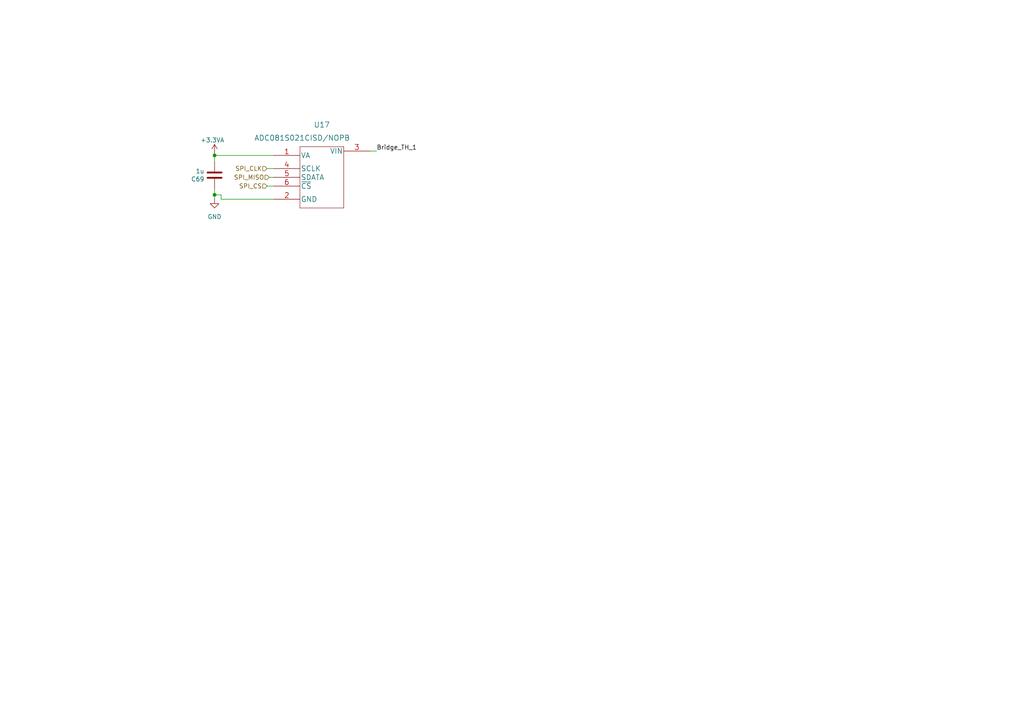
<source format=kicad_sch>
(kicad_sch (version 20231120) (generator "eeschema") (generator_version "8.0")
  (paper "A4")
  (lib_symbols
    (symbol "2022-06-16_01-48-54:ADC081S021CISD/NOPB" (pin_names (offset 0.254))
      (property "Reference" "U" (at -1.27 15.24 0))
      (property "Value" "ADC081S021CISD{slash}NOPB" (at -1.27 12.7 0))
      (symbol "ADC081S021CISD/NOPB_1_1"
        (polyline (pts (xy -6.35 -8.89) (xy 6.35 -8.89)) (stroke (width 0.127)))
        (polyline (pts (xy -6.35 8.89) (xy -6.35 -8.89)) (stroke (width 0.127)))
        (polyline (pts (xy 6.35 -8.89) (xy 6.35 8.89)) (stroke (width 0.127)))
        (polyline (pts (xy 6.35 8.89) (xy -6.35 8.89)) (stroke (width 0.127)))
        (pin passive line (at -13.97 6.35 0) (length 7.62) (name "VA") (number "1"))
        (pin passive line (at -13.97 -6.35 0) (length 7.62) (name "GND") (number "2"))
        (pin input line (at 13.97 7.62 180) (length 7.62) (name "VIN") (number "3"))
        (pin passive line (at -13.97 2.54 0) (length 7.62) (name "SCLK") (number "4"))
        (pin output line (at -13.97 0 0) (length 7.62) (name "SDATA") (number "5"))
        (pin passive line (at -13.97 -2.54 0) (length 7.62) (name "~{CS}") (number "6"))
      )
    )
    (symbol "Device:C" (pin_numbers hide) (pin_names (offset 0.254))
      (property "Reference" "C" (at 0.635 2.54 0))
      (property "Value" "C" (at 0.635 -2.54 0))
      (symbol "C_0_1"
        (polyline (pts (xy -2.032 -0.762) (xy 2.032 -0.762)) (stroke (width 0.508)))
        (polyline (pts (xy -2.032 0.762) (xy 2.032 0.762)) (stroke (width 0.508)))
      )
      (symbol "C_1_1"
        (pin passive line (at 0 3.81 270) (length 2.794) (name "~") (number "1"))
        (pin passive line (at 0 -3.81 90) (length 2.794) (name "~") (number "2"))
      )
    )
    (symbol "power:+3.3VA" (power) (pin_names (offset 0))
      (property "Value" "+3.3VA" (at 0 3.556 0))
      (symbol "+3.3VA_0_1"
        (polyline (pts (xy -0.762 1.27) (xy 0 2.54)))
        (polyline (pts (xy 0 0) (xy 0 2.54)))
        (polyline (pts (xy 0 2.54) (xy 0.762 1.27)))
      )
      (symbol "+3.3VA_1_1"
        (pin power_in line (at 0 0 90) (length 0) hide (name "+3.3VA") (number "1"))
      )
    )
    (symbol "power:GND" (power) (pin_names (offset 0))
      (property "Value" "GND" (at 0 -3.81 0))
      (symbol "GND_0_1"
        (polyline (pts (xy 0 0) (xy 0 -1.27) (xy 1.27 -1.27) (xy 0 -2.54) (xy -1.27 -1.27) (xy 0 -1.27)))
      )
      (symbol "GND_1_1"
        (pin power_in line (at 0 0 270) (length 0) hide (name "GND") (number "1"))
      )
    )
  )
  (junction (at 62.23 45.085))
  (junction (at 62.23 56.515))
  (wire (pts (xy 79.375 57.785) (xy 64.135 57.785)))
  (wire (pts (xy 62.23 54.61) (xy 62.23 56.515)))
  (wire (pts (xy 109.22 43.815) (xy 107.315 43.815)))
  (wire (pts (xy 62.23 45.085) (xy 79.375 45.085)))
  (wire (pts (xy 64.135 57.785) (xy 64.135 56.515)))
  (wire (pts (xy 77.47 48.895) (xy 79.375 48.895)))
  (wire (pts (xy 62.23 45.085) (xy 62.23 46.99)))
  (wire (pts (xy 62.23 56.515) (xy 62.23 57.785)))
  (wire (pts (xy 64.135 56.515) (xy 62.23 56.515)))
  (wire (pts (xy 77.47 53.975) (xy 79.375 53.975)))
  (wire (pts (xy 62.23 44.45) (xy 62.23 45.085)))
  (wire (pts (xy 78.105 51.435) (xy 79.375 51.435)))
  (label "Bridge_TH_1" (at 109.22 43.815 0))
  (hierarchical_label "SPI_MISO" (shape input) (at 78.105 51.435 180))
  (hierarchical_label "SPI_CS" (shape input) (at 77.47 53.975 180))
  (hierarchical_label "SPI_CLK" (shape input) (at 77.47 48.895 180))
  (symbol (lib_id "power:GND") (at 62.23 57.785 0) (unit 1)
    (property "Reference" "#PWR069" (effects (hide yes)))
    (property "Value" "GND" (at 62.23 62.865 0))
  )
  (symbol (lib_id "2022-06-16_01-48-54:ADC081S021CISD/NOPB") (at 93.345 51.435 0) (unit 1)
    (property "Reference" "U17" (at 93.345 36.195 0) (effects (font (size 1.524 1.524))))
    (property "Value" "ADC081S021CISD/NOPB" (at 87.63 40.005 0) (effects (font (size 1.524 1.524))))
    (property "Footprint" "Package_TO_SOT_SMD:SOT-23-6" (effects (hide yes)))
    (property "Datasheet" "https://www.ti.com/cn/lit/gpn/adc081s021" (effects (hide yes)))
    (property "LCSC" "C130227" (effects (hide yes)))
  )
  (symbol (lib_id "Device:C") (at 62.23 50.8 180) (unit 1)
    (property "Reference" "C69" (at 59.309 51.9684 0) (effects (justify left)))
    (property "Value" "1u" (at 59.309 49.657 0) (effects (justify left)))
    (property "Footprint" "Capacitor_SMD:C_0603_1608Metric" (effects (hide yes)))
    (property "LCSC" "C15849" (effects (hide yes)))
  )
  (symbol (lib_id "power:+3.3VA") (at 62.23 44.45 0) (unit 1)
    (property "Reference" "#PWR068" (effects (hide yes)))
    (property "Value" "+3.3VA" (at 61.595 40.64 0))
  )
)
</source>
